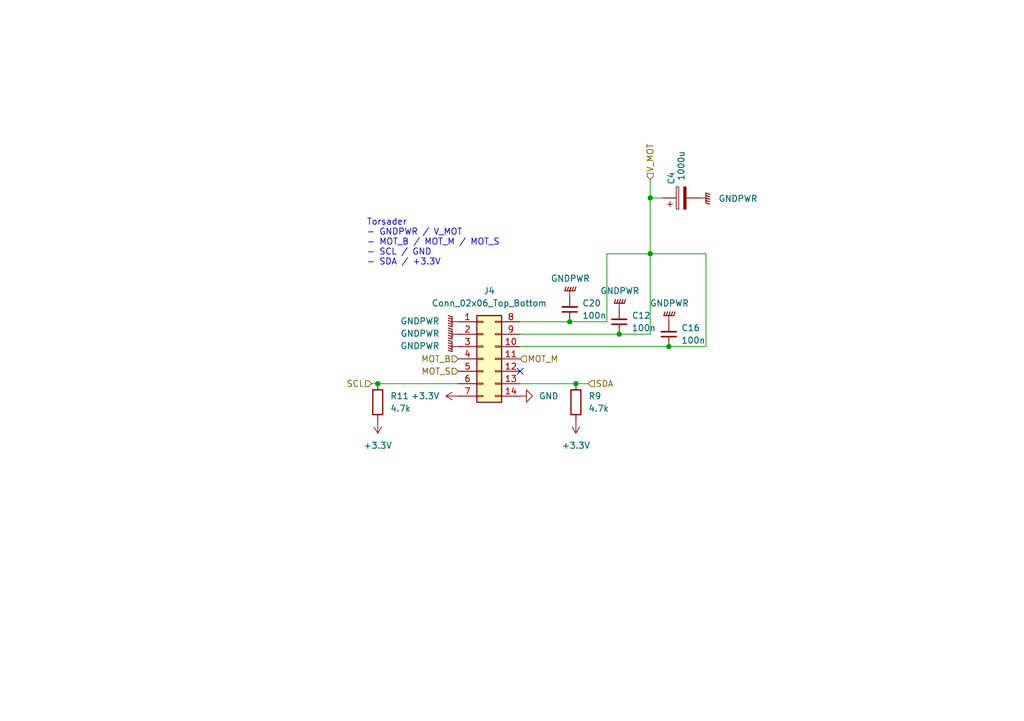
<source format=kicad_sch>
(kicad_sch (version 20250114) (generator "eeschema") (generator_version "9.0")
  (paper "A5")
  (lib_symbols
    (symbol "Connector_Generic:Conn_02x07_Top_Bottom" (pin_names (offset 1.016) (hide yes))
      (property "Reference" "J" (at 1.27 10.16 0))
      (property "Value" "Conn_02x07_Top_Bottom" (at 1.27 -10.16 0))
      (symbol "Conn_02x07_Top_Bottom_1_1"
        (rectangle (start -1.27 8.89) (end 3.81 -8.89) (stroke (width 0.254)) (fill (type background)))
        (rectangle (start -1.27 7.747) (end 0 7.493) (stroke (width 0.1524)))
        (rectangle (start -1.27 5.207) (end 0 4.953) (stroke (width 0.1524)))
        (rectangle (start -1.27 2.667) (end 0 2.413) (stroke (width 0.1524)))
        (rectangle (start -1.27 0.127) (end 0 -0.127) (stroke (width 0.1524)))
        (rectangle (start -1.27 -2.413) (end 0 -2.667) (stroke (width 0.1524)))
        (rectangle (start -1.27 -4.953) (end 0 -5.207) (stroke (width 0.1524)))
        (rectangle (start -1.27 -7.493) (end 0 -7.747) (stroke (width 0.1524)))
        (rectangle (start 3.81 7.747) (end 2.54 7.493) (stroke (width 0.1524)))
        (rectangle (start 3.81 5.207) (end 2.54 4.953) (stroke (width 0.1524)))
        (rectangle (start 3.81 2.667) (end 2.54 2.413) (stroke (width 0.1524)))
        (rectangle (start 3.81 0.127) (end 2.54 -0.127) (stroke (width 0.1524)))
        (rectangle (start 3.81 -2.413) (end 2.54 -2.667) (stroke (width 0.1524)))
        (rectangle (start 3.81 -4.953) (end 2.54 -5.207) (stroke (width 0.1524)))
        (rectangle (start 3.81 -7.493) (end 2.54 -7.747) (stroke (width 0.1524)))
        (pin passive line (at -5.08 7.62 0) (length 3.81) (name "Pin_1") (number "1"))
        (pin passive line (at -5.08 5.08 0) (length 3.81) (name "Pin_2") (number "2"))
        (pin passive line (at -5.08 2.54 0) (length 3.81) (name "Pin_3") (number "3"))
        (pin passive line (at -5.08 0 0) (length 3.81) (name "Pin_4") (number "4"))
        (pin passive line (at -5.08 -2.54 0) (length 3.81) (name "Pin_5") (number "5"))
        (pin passive line (at -5.08 -5.08 0) (length 3.81) (name "Pin_6") (number "6"))
        (pin passive line (at -5.08 -7.62 0) (length 3.81) (name "Pin_7") (number "7"))
        (pin passive line (at 7.62 7.62 180) (length 3.81) (name "Pin_8") (number "8"))
        (pin passive line (at 7.62 5.08 180) (length 3.81) (name "Pin_9") (number "9"))
        (pin passive line (at 7.62 2.54 180) (length 3.81) (name "Pin_10") (number "10"))
        (pin passive line (at 7.62 0 180) (length 3.81) (name "Pin_11") (number "11"))
        (pin passive line (at 7.62 -2.54 180) (length 3.81) (name "Pin_12") (number "12"))
        (pin passive line (at 7.62 -5.08 180) (length 3.81) (name "Pin_13") (number "13"))
        (pin passive line (at 7.62 -7.62 180) (length 3.81) (name "Pin_14") (number "14"))
      )
    )
    (symbol "Device:C_Polarized" (pin_numbers (hide yes)) (pin_names (offset 0.254))
      (property "Reference" "C" (at 0.635 2.54 0))
      (property "Value" "C_Polarized" (at 0.635 -2.54 0))
      (symbol "C_Polarized_0_1"
        (rectangle (start -2.286 0.508) (end 2.286 1.016))
        (polyline (pts (xy -1.778 2.286) (xy -0.762 2.286)))
        (polyline (pts (xy -1.27 2.794) (xy -1.27 1.778)))
        (rectangle (start 2.286 -0.508) (end -2.286 -1.016) (fill (type outline)))
      )
      (symbol "C_Polarized_1_1"
        (pin passive line (at 0 3.81 270) (length 2.794) (name "~") (number "1"))
        (pin passive line (at 0 -3.81 90) (length 2.794) (name "~") (number "2"))
      )
    )
    (symbol "Device:C_Small" (pin_numbers (hide yes)) (pin_names (offset 0.254) (hide yes))
      (property "Reference" "C" (at 0.254 1.778 0))
      (property "Value" "C_Small" (at 0.254 -2.032 0))
      (symbol "C_Small_0_1"
        (polyline (pts (xy -1.524 0.508) (xy 1.524 0.508)) (stroke (width 0.3048)))
        (polyline (pts (xy -1.524 -0.508) (xy 1.524 -0.508)) (stroke (width 0.3302)))
      )
      (symbol "C_Small_1_1"
        (pin passive line (at 0 2.54 270) (length 2.032) (name "~") (number "1"))
        (pin passive line (at 0 -2.54 90) (length 2.032) (name "~") (number "2"))
      )
    )
    (symbol "Device:R" (pin_numbers (hide yes)) (pin_names (offset 0))
      (property "Reference" "R" (at 2.032 0 90))
      (property "Value" "R" (at 0 0 90))
      (symbol "R_0_1"
        (rectangle (start -1.016 -2.54) (end 1.016 2.54) (stroke (width 0.254)))
      )
      (symbol "R_1_1"
        (pin passive line (at 0 3.81 270) (length 1.27) (name "~") (number "1"))
        (pin passive line (at 0 -3.81 90) (length 1.27) (name "~") (number "2"))
      )
    )
    (symbol "power:+3.3V" (power) (pin_numbers (hide yes)) (pin_names (offset 0) (hide yes))
      (property "Value" "+3.3V" (at 0 3.556 0))
      (symbol "+3.3V_0_1"
        (polyline (pts (xy -0.762 1.27) (xy 0 2.54)))
        (polyline (pts (xy 0 2.54) (xy 0.762 1.27)))
        (polyline (pts (xy 0 0) (xy 0 2.54)))
      )
      (symbol "+3.3V_1_1"
        (pin power_in line (at 0 0 90) (length 0) (name "~") (number "1"))
      )
    )
    (symbol "power:+5V" (power) (pin_numbers (hide yes)) (pin_names (offset 0) (hide yes))
      (property "Value" "+5V" (at 0 3.556 0))
      (symbol "+5V_0_1"
        (polyline (pts (xy -0.762 1.27) (xy 0 2.54)))
        (polyline (pts (xy 0 2.54) (xy 0.762 1.27)))
        (polyline (pts (xy 0 0) (xy 0 2.54)))
      )
      (symbol "+5V_1_1"
        (pin power_in line (at 0 0 90) (length 0) (name "~") (number "1"))
      )
    )
    (symbol "power:GND" (power) (pin_numbers (hide yes)) (pin_names (offset 0) (hide yes))
      (property "Value" "GND" (at 0 -3.81 0))
      (symbol "GND_0_1"
        (polyline (pts (xy 0 0) (xy 0 -1.27) (xy 1.27 -1.27) (xy 0 -2.54) (xy -1.27 -1.27) (xy 0 -1.27)))
      )
      (symbol "GND_1_1"
        (pin power_in line (at 0 0 270) (length 0) (name "~") (number "1"))
      )
    )
    (symbol "power:GNDPWR" (power) (pin_numbers (hide yes)) (pin_names (offset 0) (hide yes))
      (property "Value" "GNDPWR" (at 0 -3.302 0))
      (symbol "GNDPWR_0_1"
        (polyline (pts (xy -1.016 -1.27) (xy -1.27 -2.032) (xy -1.27 -2.032)) (stroke (width 0.2032)))
        (polyline (pts (xy -0.508 -1.27) (xy -0.762 -2.032) (xy -0.762 -2.032)) (stroke (width 0.2032)))
        (polyline (pts (xy 0 -1.27) (xy 0 0)))
        (polyline (pts (xy 0 -1.27) (xy -0.254 -2.032) (xy -0.254 -2.032)) (stroke (width 0.2032)))
        (polyline (pts (xy 0.508 -1.27) (xy 0.254 -2.032) (xy 0.254 -2.032)) (stroke (width 0.2032)))
        (polyline (pts (xy 1.016 -1.27) (xy -1.016 -1.27) (xy -1.016 -1.27)) (stroke (width 0.2032)))
        (polyline (pts (xy 1.016 -1.27) (xy 0.762 -2.032) (xy 0.762 -2.032) (xy 0.762 -2.032)) (stroke (width 0.2032)))
      )
      (symbol "GNDPWR_1_1"
        (pin power_in line (at 0 0 270) (length 0) (name "~") (number "1"))
      )
    )
  )
  (text "Torsader\n- GNDPWR / V_MOT\n- MOT_B / MOT_M / MOT_S\n- SCL / GND\n- SDA / +3.3V" (at 75.184 49.784 0) (effects (font (size 1.27 1.27)) (justify left)))
  (junction (at 137.16 71.12))
  (junction (at 133.35 52.07))
  (junction (at 116.84 66.04))
  (junction (at 127 68.58))
  (junction (at 133.35 40.64))
  (junction (at 118.11 78.74))
  (junction (at 77.47 78.74))
  (no_connect (at 106.68 76.2))
  (wire (pts (xy 144.78 71.12) (xy 144.78 52.07)))
  (wire (pts (xy 106.68 68.58) (xy 127 68.58)))
  (wire (pts (xy 77.47 78.74) (xy 93.98 78.74)))
  (wire (pts (xy 124.46 66.04) (xy 124.46 52.07)))
  (wire (pts (xy 127 68.58) (xy 133.35 68.58)))
  (wire (pts (xy 106.68 66.04) (xy 116.84 66.04)))
  (wire (pts (xy 133.35 40.64) (xy 133.35 52.07)))
  (wire (pts (xy 137.16 71.12) (xy 144.78 71.12)))
  (wire (pts (xy 106.68 71.12) (xy 137.16 71.12)))
  (wire (pts (xy 106.68 78.74) (xy 118.11 78.74)))
  (wire (pts (xy 116.84 66.04) (xy 124.46 66.04)))
  (wire (pts (xy 133.35 68.58) (xy 133.35 52.07)))
  (wire (pts (xy 124.46 52.07) (xy 133.35 52.07)))
  (wire (pts (xy 120.65 78.74) (xy 118.11 78.74)))
  (wire (pts (xy 133.35 52.07) (xy 144.78 52.07)))
  (wire (pts (xy 76.2 78.74) (xy 77.47 78.74)))
  (wire (pts (xy 133.35 40.64) (xy 135.89 40.64)))
  (wire (pts (xy 133.35 36.83) (xy 133.35 40.64)))
  (hierarchical_label "MOT_M" (shape input) (at 106.68 73.66 0))
  (hierarchical_label "MOT_S" (shape input) (at 93.98 76.2 180))
  (hierarchical_label "SCL" (shape input) (at 76.2 78.74 180))
  (hierarchical_label "V_MOT" (shape input) (at 133.35 36.83 90))
  (hierarchical_label "SDA" (shape input) (at 120.65 78.74 0))
  (hierarchical_label "MOT_B" (shape input) (at 93.98 73.66 180))
  (symbol (lib_id "power:GNDPWR") (at 137.16 66.04 180) (unit 1)
    (property "Reference" "#PWR068" (effects (hide yes)))
    (property "Value" "GNDPWR" (at 137.287 62.23 0))
    (property "Description" "Power symbol creates a global label with name \"GNDPWR\" , global ground" (effects (hide yes)))
    (instances (project "eurobot-2026-robot-pcb" (path "" (reference "#PWR068") (unit 1)) (path "" (reference "#PWR070") (unit 1)) (path "" (reference "#PWR071") (unit 1)) (path "" (reference "#PWR069") (unit 1))))
  )
  (symbol (lib_id "Connector_Generic:Conn_02x07_Top_Bottom") (at 99.06 73.66 0) (unit 1)
    (property "Reference" "J4" (at 100.33 59.69 0))
    (property "Value" "Conn_02x06_Top_Bottom" (at 100.33 62.23 0))
    (property "Description" "Generic connector, double row, 02x07, top/bottom pin numbering scheme (row 1: 1...pins_per_row, row2: pins_per_row+1 ... num_pins), script generated (kicad-library-utils/schlib/autogen/connector/)" (effects (hide yes)))
    (instances (project "eurobot-2026-robot-pcb" (path "" (reference "J4") (unit 1)) (path "" (reference "J6") (unit 1)) (path "" (reference "J7") (unit 1)) (path "" (reference "J5") (unit 1))))
  )
  (symbol (lib_id "power:GNDPWR") (at 93.98 71.12 270) (unit 1)
    (property "Reference" "#PWR036" (effects (hide yes)))
    (property "Value" "GNDPWR" (at 90.17 70.9929 90) (effects (justify right)))
    (property "Description" "Power symbol creates a global label with name \"GNDPWR\" , global ground" (effects (hide yes)))
    (instances (project "eurobot-2026-robot-pcb" (path "" (reference "#PWR036") (unit 1)) (path "" (reference "#PWR038") (unit 1)) (path "" (reference "#PWR055") (unit 1)) (path "" (reference "#PWR037") (unit 1))))
  )
  (symbol (lib_id "power:+3.3V") (at 93.98 81.28 90) (unit 1)
    (property "Reference" "#PWR051" (effects (hide yes)))
    (property "Value" "+3.3V" (at 90.17 81.2799 90) (effects (justify left)))
    (property "Description" "Power symbol creates a global label with name \"+3.3V\"" (effects (hide yes)))
    (instances (project "" (path "" (reference "#PWR051") (unit 1)) (path "" (reference "#PWR053") (unit 1)) (path "" (reference "#PWR054") (unit 1)) (path "" (reference "#PWR052") (unit 1))))
  )
  (symbol (lib_id "Device:C_Small") (at 116.84 63.5 180) (unit 1)
    (property "Reference" "C20" (at 119.38 62.2235 0) (effects (justify right)))
    (property "Value" "100n" (at 119.38 64.7635 0) (effects (justify right)))
    (property "Description" "Unpolarized capacitor, small symbol" (effects (hide yes)))
    (instances (project "eurobot-2026-robot-pcb" (path "" (reference "C20") (unit 1)) (path "" (reference "C22") (unit 1)) (path "" (reference "C23") (unit 1)) (path "" (reference "C21") (unit 1))))
  )
  (symbol (lib_id "Device:R") (at 77.47 82.55 180) (unit 1)
    (property "Reference" "R11" (at 80.01 81.2799 0) (effects (justify right)))
    (property "Value" "4.7k" (at 80.01 83.8199 0) (effects (justify right)))
    (property "Description" "Resistor" (effects (hide yes)))
    (instances (project "" (path "" (reference "R11") (unit 1)) (path "" (reference "R13") (unit 1)) (path "" (reference "R14") (unit 1)) (path "" (reference "R12") (unit 1))))
  )
  (symbol (lib_id "Device:C_Small") (at 137.16 68.58 180) (unit 1)
    (property "Reference" "C16" (at 139.7 67.3035 0) (effects (justify right)))
    (property "Value" "100n" (at 139.7 69.8435 0) (effects (justify right)))
    (property "Description" "Unpolarized capacitor, small symbol" (effects (hide yes)))
    (instances (project "eurobot-2026-robot-pcb" (path "" (reference "C16") (unit 1)) (path "" (reference "C24") (unit 1)) (path "" (reference "C25") (unit 1)) (path "" (reference "C17") (unit 1))))
  )
  (symbol (lib_id "power:GNDPWR") (at 116.84 60.96 180) (unit 1)
    (property "Reference" "#PWR060" (effects (hide yes)))
    (property "Value" "GNDPWR" (at 116.967 57.15 0))
    (property "Description" "Power symbol creates a global label with name \"GNDPWR\" , global ground" (effects (hide yes)))
    (instances (project "" (path "" (reference "#PWR060") (unit 1)) (path "" (reference "#PWR062") (unit 1)) (path "" (reference "#PWR063") (unit 1)) (path "" (reference "#PWR061") (unit 1))))
  )
  (symbol (lib_id "power:+5V") (at 77.47 86.36 180) (unit 1)
    (property "Reference" "#PWR031" (effects (hide yes)))
    (property "Value" "+3.3V" (at 77.47 91.44 0))
    (property "Description" "Power symbol creates a global label with name \"+5V\"" (effects (hide yes)))
    (instances (project "eurobot-2026-robot-pcb" (path "" (reference "#PWR031") (unit 1)) (path "" (reference "#PWR033") (unit 1)) (path "" (reference "#PWR034") (unit 1)) (path "" (reference "#PWR032") (unit 1))))
  )
  (symbol (lib_id "power:+5V") (at 118.11 86.36 180) (unit 1)
    (property "Reference" "#PWR028" (effects (hide yes)))
    (property "Value" "+3.3V" (at 118.11 91.44 0))
    (property "Description" "Power symbol creates a global label with name \"+5V\"" (effects (hide yes)))
    (instances (project "eurobot-2026-robot-pcb" (path "" (reference "#PWR028") (unit 1)) (path "" (reference "#PWR030") (unit 1)) (path "" (reference "#PWR035") (unit 1)) (path "" (reference "#PWR029") (unit 1))))
  )
  (symbol (lib_id "power:GNDPWR") (at 143.51 40.64 90) (unit 1)
    (property "Reference" "#PWR047" (effects (hide yes)))
    (property "Value" "GNDPWR" (at 147.32 40.7669 90) (effects (justify right)))
    (property "Description" "Power symbol creates a global label with name \"GNDPWR\" , global ground" (effects (hide yes)))
    (instances (project "" (path "" (reference "#PWR047") (unit 1)) (path "" (reference "#PWR058") (unit 1)) (path "" (reference "#PWR059") (unit 1)) (path "" (reference "#PWR057") (unit 1))))
  )
  (symbol (lib_id "Device:C_Small") (at 127 66.04 180) (unit 1)
    (property "Reference" "C12" (at 129.54 64.7635 0) (effects (justify right)))
    (property "Value" "100n" (at 129.54 67.3035 0) (effects (justify right)))
    (property "Description" "Unpolarized capacitor, small symbol" (effects (hide yes)))
    (instances (project "eurobot-2026-robot-pcb" (path "" (reference "C12") (unit 1)) (path "" (reference "C18") (unit 1)) (path "" (reference "C19") (unit 1)) (path "" (reference "C13") (unit 1))))
  )
  (symbol (lib_id "power:GNDPWR") (at 93.98 68.58 270) (unit 1)
    (property "Reference" "#PWR043" (effects (hide yes)))
    (property "Value" "GNDPWR" (at 90.17 68.4529 90) (effects (justify right)))
    (property "Description" "Power symbol creates a global label with name \"GNDPWR\" , global ground" (effects (hide yes)))
    (instances (project "eurobot-2026-robot-pcb" (path "" (reference "#PWR043") (unit 1)) (path "" (reference "#PWR045") (unit 1)) (path "" (reference "#PWR046") (unit 1)) (path "" (reference "#PWR044") (unit 1))))
  )
  (symbol (lib_id "power:GNDPWR") (at 127 63.5 180) (unit 1)
    (property "Reference" "#PWR064" (effects (hide yes)))
    (property "Value" "GNDPWR" (at 127.127 59.69 0))
    (property "Description" "Power symbol creates a global label with name \"GNDPWR\" , global ground" (effects (hide yes)))
    (instances (project "eurobot-2026-robot-pcb" (path "" (reference "#PWR064") (unit 1)) (path "" (reference "#PWR066") (unit 1)) (path "" (reference "#PWR067") (unit 1)) (path "" (reference "#PWR065") (unit 1))))
  )
  (symbol (lib_id "power:GNDPWR") (at 93.98 66.04 270) (unit 1)
    (property "Reference" "#PWR039" (effects (hide yes)))
    (property "Value" "GNDPWR" (at 90.17 65.9129 90) (effects (justify right)))
    (property "Description" "Power symbol creates a global label with name \"GNDPWR\" , global ground" (effects (hide yes)))
    (instances (project "eurobot-2026-robot-pcb" (path "" (reference "#PWR039") (unit 1)) (path "" (reference "#PWR041") (unit 1)) (path "" (reference "#PWR042") (unit 1)) (path "" (reference "#PWR040") (unit 1))))
  )
  (symbol (lib_id "Device:R") (at 118.11 82.55 0) (unit 1)
    (property "Reference" "R9" (at 120.65 81.2799 0) (effects (justify left)))
    (property "Value" "4.7k" (at 120.65 83.8199 0) (effects (justify left)))
    (property "Description" "Resistor" (effects (hide yes)))
    (instances (project "eurobot-2026-robot-pcb" (path "" (reference "R9") (unit 1)) (path "" (reference "R15") (unit 1)) (path "" (reference "R16") (unit 1)) (path "" (reference "R10") (unit 1))))
  )
  (symbol (lib_id "Device:C_Polarized") (at 139.7 40.64 90) (unit 1)
    (property "Reference" "C4" (at 137.668 36.576 0))
    (property "Value" "1000u" (at 139.7 34.036 0))
    (property "Description" "Polarized capacitor" (effects (hide yes)))
    (instances (project "eurobot-2026-robot-pcb" (path "" (reference "C4") (unit 1)) (path "" (reference "C6") (unit 1)) (path "" (reference "C7") (unit 1)) (path "" (reference "C5") (unit 1))))
  )
  (symbol (lib_id "power:GND") (at 106.68 81.28 90) (unit 1)
    (property "Reference" "#PWR048" (effects (hide yes)))
    (property "Value" "GND" (at 110.49 81.2799 90) (effects (justify right)))
    (property "Description" "Power symbol creates a global label with name \"GND\" , ground" (effects (hide yes)))
    (instances (project "eurobot-2026-robot-pcb" (path "" (reference "#PWR048") (unit 1)) (path "" (reference "#PWR050") (unit 1)) (path "" (reference "#PWR056") (unit 1)) (path "" (reference "#PWR049") (unit 1))))
  )
)
</source>
